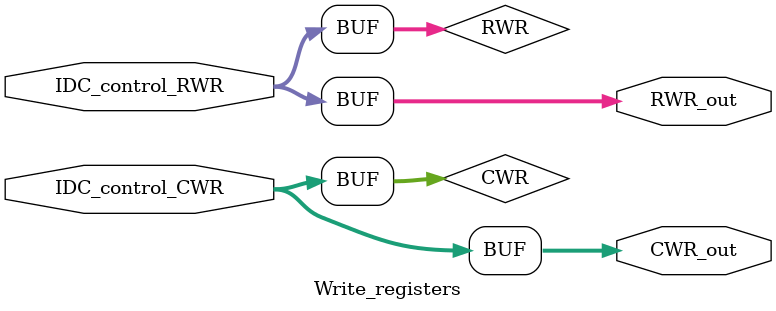
<source format=v>
module Write_registers(input [7:0] IDC_control_RWR,
							 input [7:0] IDC_control_CWR,
							 output [7:0] RWR_out,
							 output [7:0] CWR_out);
							 
reg [7:0] RWR;
reg [7:0] CWR;
assign RWR_out = RWR;
assign CWR_out = CWR;

always@(IDC_control_RWR)
begin
	RWR <= IDC_control_RWR;
end
	
always@(IDC_control_CWR)
begin
	CWR <= IDC_control_CWR;
end
							 
endmodule
</source>
